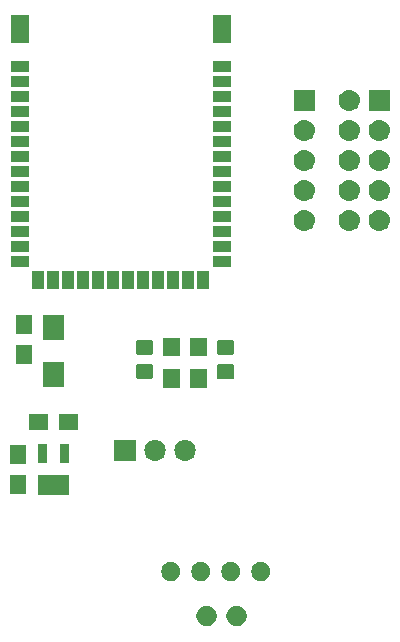
<source format=gbr>
G04 #@! TF.GenerationSoftware,KiCad,Pcbnew,(5.1.2)-2*
G04 #@! TF.CreationDate,2019-09-14T17:42:32+02:00*
G04 #@! TF.ProjectId,Inwall_Top,496e7761-6c6c-45f5-946f-702e6b696361,rev?*
G04 #@! TF.SameCoordinates,Original*
G04 #@! TF.FileFunction,Soldermask,Top*
G04 #@! TF.FilePolarity,Negative*
%FSLAX46Y46*%
G04 Gerber Fmt 4.6, Leading zero omitted, Abs format (unit mm)*
G04 Created by KiCad (PCBNEW (5.1.2)-2) date 2019-09-14 17:42:32*
%MOMM*%
%LPD*%
G04 APERTURE LIST*
%ADD10C,0.100000*%
G04 APERTURE END LIST*
D10*
G36*
X109246728Y-109085164D02*
G01*
X109403784Y-109150219D01*
X109545131Y-109244664D01*
X109665336Y-109364869D01*
X109759781Y-109506216D01*
X109824836Y-109663272D01*
X109858000Y-109830002D01*
X109858000Y-109999998D01*
X109824836Y-110166728D01*
X109759781Y-110323784D01*
X109665336Y-110465131D01*
X109545131Y-110585336D01*
X109403784Y-110679781D01*
X109403783Y-110679782D01*
X109403782Y-110679782D01*
X109246728Y-110744836D01*
X109079999Y-110778000D01*
X108910001Y-110778000D01*
X108743272Y-110744836D01*
X108586218Y-110679782D01*
X108586217Y-110679782D01*
X108586216Y-110679781D01*
X108444869Y-110585336D01*
X108324664Y-110465131D01*
X108230219Y-110323784D01*
X108165164Y-110166728D01*
X108132000Y-109999998D01*
X108132000Y-109830002D01*
X108165164Y-109663272D01*
X108230219Y-109506216D01*
X108324664Y-109364869D01*
X108444869Y-109244664D01*
X108586216Y-109150219D01*
X108743272Y-109085164D01*
X108910001Y-109052000D01*
X109079999Y-109052000D01*
X109246728Y-109085164D01*
X109246728Y-109085164D01*
G37*
G36*
X106706728Y-109085164D02*
G01*
X106863784Y-109150219D01*
X107005131Y-109244664D01*
X107125336Y-109364869D01*
X107219781Y-109506216D01*
X107284836Y-109663272D01*
X107318000Y-109830002D01*
X107318000Y-109999998D01*
X107284836Y-110166728D01*
X107219781Y-110323784D01*
X107125336Y-110465131D01*
X107005131Y-110585336D01*
X106863784Y-110679781D01*
X106863783Y-110679782D01*
X106863782Y-110679782D01*
X106706728Y-110744836D01*
X106539999Y-110778000D01*
X106370001Y-110778000D01*
X106203272Y-110744836D01*
X106046218Y-110679782D01*
X106046217Y-110679782D01*
X106046216Y-110679781D01*
X105904869Y-110585336D01*
X105784664Y-110465131D01*
X105690219Y-110323784D01*
X105625164Y-110166728D01*
X105592000Y-109999998D01*
X105592000Y-109830002D01*
X105625164Y-109663272D01*
X105690219Y-109506216D01*
X105784664Y-109364869D01*
X105904869Y-109244664D01*
X106046216Y-109150219D01*
X106203272Y-109085164D01*
X106370001Y-109052000D01*
X106539999Y-109052000D01*
X106706728Y-109085164D01*
X106706728Y-109085164D01*
G37*
G36*
X111292082Y-105356262D02*
G01*
X111440041Y-105417549D01*
X111573195Y-105506519D01*
X111686441Y-105619765D01*
X111775411Y-105752919D01*
X111836698Y-105900878D01*
X111867940Y-106057945D01*
X111867940Y-106218095D01*
X111836698Y-106375162D01*
X111775411Y-106523121D01*
X111686441Y-106656275D01*
X111573195Y-106769521D01*
X111440041Y-106858491D01*
X111292082Y-106919778D01*
X111135015Y-106951020D01*
X110974865Y-106951020D01*
X110817798Y-106919778D01*
X110669839Y-106858491D01*
X110536685Y-106769521D01*
X110423439Y-106656275D01*
X110334469Y-106523121D01*
X110273182Y-106375162D01*
X110241940Y-106218095D01*
X110241940Y-106057945D01*
X110273182Y-105900878D01*
X110334469Y-105752919D01*
X110423439Y-105619765D01*
X110536685Y-105506519D01*
X110669839Y-105417549D01*
X110817798Y-105356262D01*
X110974865Y-105325020D01*
X111135015Y-105325020D01*
X111292082Y-105356262D01*
X111292082Y-105356262D01*
G37*
G36*
X106212082Y-105356262D02*
G01*
X106360041Y-105417549D01*
X106493195Y-105506519D01*
X106606441Y-105619765D01*
X106695411Y-105752919D01*
X106756698Y-105900878D01*
X106787940Y-106057945D01*
X106787940Y-106218095D01*
X106756698Y-106375162D01*
X106695411Y-106523121D01*
X106606441Y-106656275D01*
X106493195Y-106769521D01*
X106360041Y-106858491D01*
X106212082Y-106919778D01*
X106055015Y-106951020D01*
X105894865Y-106951020D01*
X105737798Y-106919778D01*
X105589839Y-106858491D01*
X105456685Y-106769521D01*
X105343439Y-106656275D01*
X105254469Y-106523121D01*
X105193182Y-106375162D01*
X105161940Y-106218095D01*
X105161940Y-106057945D01*
X105193182Y-105900878D01*
X105254469Y-105752919D01*
X105343439Y-105619765D01*
X105456685Y-105506519D01*
X105589839Y-105417549D01*
X105737798Y-105356262D01*
X105894865Y-105325020D01*
X106055015Y-105325020D01*
X106212082Y-105356262D01*
X106212082Y-105356262D01*
G37*
G36*
X103672082Y-105356262D02*
G01*
X103820041Y-105417549D01*
X103953195Y-105506519D01*
X104066441Y-105619765D01*
X104155411Y-105752919D01*
X104216698Y-105900878D01*
X104247940Y-106057945D01*
X104247940Y-106218095D01*
X104216698Y-106375162D01*
X104155411Y-106523121D01*
X104066441Y-106656275D01*
X103953195Y-106769521D01*
X103820041Y-106858491D01*
X103672082Y-106919778D01*
X103515015Y-106951020D01*
X103354865Y-106951020D01*
X103197798Y-106919778D01*
X103049839Y-106858491D01*
X102916685Y-106769521D01*
X102803439Y-106656275D01*
X102714469Y-106523121D01*
X102653182Y-106375162D01*
X102621940Y-106218095D01*
X102621940Y-106057945D01*
X102653182Y-105900878D01*
X102714469Y-105752919D01*
X102803439Y-105619765D01*
X102916685Y-105506519D01*
X103049839Y-105417549D01*
X103197798Y-105356262D01*
X103354865Y-105325020D01*
X103515015Y-105325020D01*
X103672082Y-105356262D01*
X103672082Y-105356262D01*
G37*
G36*
X108752082Y-105356262D02*
G01*
X108900041Y-105417549D01*
X109033195Y-105506519D01*
X109146441Y-105619765D01*
X109235411Y-105752919D01*
X109296698Y-105900878D01*
X109327940Y-106057945D01*
X109327940Y-106218095D01*
X109296698Y-106375162D01*
X109235411Y-106523121D01*
X109146441Y-106656275D01*
X109033195Y-106769521D01*
X108900041Y-106858491D01*
X108752082Y-106919778D01*
X108595015Y-106951020D01*
X108434865Y-106951020D01*
X108277798Y-106919778D01*
X108129839Y-106858491D01*
X107996685Y-106769521D01*
X107883439Y-106656275D01*
X107794469Y-106523121D01*
X107733182Y-106375162D01*
X107701940Y-106218095D01*
X107701940Y-106057945D01*
X107733182Y-105900878D01*
X107794469Y-105752919D01*
X107883439Y-105619765D01*
X107996685Y-105506519D01*
X108129839Y-105417549D01*
X108277798Y-105356262D01*
X108434865Y-105325020D01*
X108595015Y-105325020D01*
X108752082Y-105356262D01*
X108752082Y-105356262D01*
G37*
G36*
X94826000Y-99681000D02*
G01*
X92174000Y-99681000D01*
X92174000Y-98019000D01*
X94826000Y-98019000D01*
X94826000Y-99681000D01*
X94826000Y-99681000D01*
G37*
G36*
X91176000Y-99551000D02*
G01*
X89824000Y-99551000D01*
X89824000Y-97949000D01*
X91176000Y-97949000D01*
X91176000Y-99551000D01*
X91176000Y-99551000D01*
G37*
G36*
X91176000Y-97051000D02*
G01*
X89824000Y-97051000D01*
X89824000Y-95449000D01*
X91176000Y-95449000D01*
X91176000Y-97051000D01*
X91176000Y-97051000D01*
G37*
G36*
X94826000Y-96981000D02*
G01*
X94074000Y-96981000D01*
X94074000Y-95319000D01*
X94826000Y-95319000D01*
X94826000Y-96981000D01*
X94826000Y-96981000D01*
G37*
G36*
X92926000Y-96981000D02*
G01*
X92174000Y-96981000D01*
X92174000Y-95319000D01*
X92926000Y-95319000D01*
X92926000Y-96981000D01*
X92926000Y-96981000D01*
G37*
G36*
X104740442Y-95005518D02*
G01*
X104806627Y-95012037D01*
X104976466Y-95063557D01*
X105132991Y-95147222D01*
X105168729Y-95176552D01*
X105270186Y-95259814D01*
X105353448Y-95361271D01*
X105382778Y-95397009D01*
X105466443Y-95553534D01*
X105517963Y-95723373D01*
X105535359Y-95900000D01*
X105517963Y-96076627D01*
X105466443Y-96246466D01*
X105382778Y-96402991D01*
X105353448Y-96438729D01*
X105270186Y-96540186D01*
X105168729Y-96623448D01*
X105132991Y-96652778D01*
X104976466Y-96736443D01*
X104806627Y-96787963D01*
X104740443Y-96794481D01*
X104674260Y-96801000D01*
X104585740Y-96801000D01*
X104519557Y-96794481D01*
X104453373Y-96787963D01*
X104283534Y-96736443D01*
X104127009Y-96652778D01*
X104091271Y-96623448D01*
X103989814Y-96540186D01*
X103906552Y-96438729D01*
X103877222Y-96402991D01*
X103793557Y-96246466D01*
X103742037Y-96076627D01*
X103724641Y-95900000D01*
X103742037Y-95723373D01*
X103793557Y-95553534D01*
X103877222Y-95397009D01*
X103906552Y-95361271D01*
X103989814Y-95259814D01*
X104091271Y-95176552D01*
X104127009Y-95147222D01*
X104283534Y-95063557D01*
X104453373Y-95012037D01*
X104519558Y-95005518D01*
X104585740Y-94999000D01*
X104674260Y-94999000D01*
X104740442Y-95005518D01*
X104740442Y-95005518D01*
G37*
G36*
X100451000Y-96801000D02*
G01*
X98649000Y-96801000D01*
X98649000Y-94999000D01*
X100451000Y-94999000D01*
X100451000Y-96801000D01*
X100451000Y-96801000D01*
G37*
G36*
X102200442Y-95005518D02*
G01*
X102266627Y-95012037D01*
X102436466Y-95063557D01*
X102592991Y-95147222D01*
X102628729Y-95176552D01*
X102730186Y-95259814D01*
X102813448Y-95361271D01*
X102842778Y-95397009D01*
X102926443Y-95553534D01*
X102977963Y-95723373D01*
X102995359Y-95900000D01*
X102977963Y-96076627D01*
X102926443Y-96246466D01*
X102842778Y-96402991D01*
X102813448Y-96438729D01*
X102730186Y-96540186D01*
X102628729Y-96623448D01*
X102592991Y-96652778D01*
X102436466Y-96736443D01*
X102266627Y-96787963D01*
X102200443Y-96794481D01*
X102134260Y-96801000D01*
X102045740Y-96801000D01*
X101979557Y-96794481D01*
X101913373Y-96787963D01*
X101743534Y-96736443D01*
X101587009Y-96652778D01*
X101551271Y-96623448D01*
X101449814Y-96540186D01*
X101366552Y-96438729D01*
X101337222Y-96402991D01*
X101253557Y-96246466D01*
X101202037Y-96076627D01*
X101184641Y-95900000D01*
X101202037Y-95723373D01*
X101253557Y-95553534D01*
X101337222Y-95397009D01*
X101366552Y-95361271D01*
X101449814Y-95259814D01*
X101551271Y-95176552D01*
X101587009Y-95147222D01*
X101743534Y-95063557D01*
X101913373Y-95012037D01*
X101979558Y-95005518D01*
X102045740Y-94999000D01*
X102134260Y-94999000D01*
X102200442Y-95005518D01*
X102200442Y-95005518D01*
G37*
G36*
X95551000Y-94176000D02*
G01*
X93949000Y-94176000D01*
X93949000Y-92824000D01*
X95551000Y-92824000D01*
X95551000Y-94176000D01*
X95551000Y-94176000D01*
G37*
G36*
X93051000Y-94176000D02*
G01*
X91449000Y-94176000D01*
X91449000Y-92824000D01*
X93051000Y-92824000D01*
X93051000Y-94176000D01*
X93051000Y-94176000D01*
G37*
G36*
X106451000Y-90651000D02*
G01*
X105049000Y-90651000D01*
X105049000Y-89049000D01*
X106451000Y-89049000D01*
X106451000Y-90651000D01*
X106451000Y-90651000D01*
G37*
G36*
X104201000Y-90651000D02*
G01*
X102799000Y-90651000D01*
X102799000Y-89049000D01*
X104201000Y-89049000D01*
X104201000Y-90651000D01*
X104201000Y-90651000D01*
G37*
G36*
X94351000Y-90551000D02*
G01*
X92649000Y-90551000D01*
X92649000Y-88449000D01*
X94351000Y-88449000D01*
X94351000Y-90551000D01*
X94351000Y-90551000D01*
G37*
G36*
X108656674Y-88605465D02*
G01*
X108694367Y-88616899D01*
X108729103Y-88635466D01*
X108759548Y-88660452D01*
X108784534Y-88690897D01*
X108803101Y-88725633D01*
X108814535Y-88763326D01*
X108819000Y-88808661D01*
X108819000Y-89645339D01*
X108814535Y-89690674D01*
X108803101Y-89728367D01*
X108784534Y-89763103D01*
X108759548Y-89793548D01*
X108729103Y-89818534D01*
X108694367Y-89837101D01*
X108656674Y-89848535D01*
X108611339Y-89853000D01*
X107524661Y-89853000D01*
X107479326Y-89848535D01*
X107441633Y-89837101D01*
X107406897Y-89818534D01*
X107376452Y-89793548D01*
X107351466Y-89763103D01*
X107332899Y-89728367D01*
X107321465Y-89690674D01*
X107317000Y-89645339D01*
X107317000Y-88808661D01*
X107321465Y-88763326D01*
X107332899Y-88725633D01*
X107351466Y-88690897D01*
X107376452Y-88660452D01*
X107406897Y-88635466D01*
X107441633Y-88616899D01*
X107479326Y-88605465D01*
X107524661Y-88601000D01*
X108611339Y-88601000D01*
X108656674Y-88605465D01*
X108656674Y-88605465D01*
G37*
G36*
X101798674Y-88596465D02*
G01*
X101836367Y-88607899D01*
X101871103Y-88626466D01*
X101901548Y-88651452D01*
X101926534Y-88681897D01*
X101945101Y-88716633D01*
X101956535Y-88754326D01*
X101961000Y-88799661D01*
X101961000Y-89636339D01*
X101956535Y-89681674D01*
X101945101Y-89719367D01*
X101926534Y-89754103D01*
X101901548Y-89784548D01*
X101871103Y-89809534D01*
X101836367Y-89828101D01*
X101798674Y-89839535D01*
X101753339Y-89844000D01*
X100666661Y-89844000D01*
X100621326Y-89839535D01*
X100583633Y-89828101D01*
X100548897Y-89809534D01*
X100518452Y-89784548D01*
X100493466Y-89754103D01*
X100474899Y-89719367D01*
X100463465Y-89681674D01*
X100459000Y-89636339D01*
X100459000Y-88799661D01*
X100463465Y-88754326D01*
X100474899Y-88716633D01*
X100493466Y-88681897D01*
X100518452Y-88651452D01*
X100548897Y-88626466D01*
X100583633Y-88607899D01*
X100621326Y-88596465D01*
X100666661Y-88592000D01*
X101753339Y-88592000D01*
X101798674Y-88596465D01*
X101798674Y-88596465D01*
G37*
G36*
X91676000Y-88551000D02*
G01*
X90324000Y-88551000D01*
X90324000Y-86949000D01*
X91676000Y-86949000D01*
X91676000Y-88551000D01*
X91676000Y-88551000D01*
G37*
G36*
X104201000Y-87951000D02*
G01*
X102799000Y-87951000D01*
X102799000Y-86349000D01*
X104201000Y-86349000D01*
X104201000Y-87951000D01*
X104201000Y-87951000D01*
G37*
G36*
X106451000Y-87951000D02*
G01*
X105049000Y-87951000D01*
X105049000Y-86349000D01*
X106451000Y-86349000D01*
X106451000Y-87951000D01*
X106451000Y-87951000D01*
G37*
G36*
X108656674Y-86555465D02*
G01*
X108694367Y-86566899D01*
X108729103Y-86585466D01*
X108759548Y-86610452D01*
X108784534Y-86640897D01*
X108803101Y-86675633D01*
X108814535Y-86713326D01*
X108819000Y-86758661D01*
X108819000Y-87595339D01*
X108814535Y-87640674D01*
X108803101Y-87678367D01*
X108784534Y-87713103D01*
X108759548Y-87743548D01*
X108729103Y-87768534D01*
X108694367Y-87787101D01*
X108656674Y-87798535D01*
X108611339Y-87803000D01*
X107524661Y-87803000D01*
X107479326Y-87798535D01*
X107441633Y-87787101D01*
X107406897Y-87768534D01*
X107376452Y-87743548D01*
X107351466Y-87713103D01*
X107332899Y-87678367D01*
X107321465Y-87640674D01*
X107317000Y-87595339D01*
X107317000Y-86758661D01*
X107321465Y-86713326D01*
X107332899Y-86675633D01*
X107351466Y-86640897D01*
X107376452Y-86610452D01*
X107406897Y-86585466D01*
X107441633Y-86566899D01*
X107479326Y-86555465D01*
X107524661Y-86551000D01*
X108611339Y-86551000D01*
X108656674Y-86555465D01*
X108656674Y-86555465D01*
G37*
G36*
X101798674Y-86546465D02*
G01*
X101836367Y-86557899D01*
X101871103Y-86576466D01*
X101901548Y-86601452D01*
X101926534Y-86631897D01*
X101945101Y-86666633D01*
X101956535Y-86704326D01*
X101961000Y-86749661D01*
X101961000Y-87586339D01*
X101956535Y-87631674D01*
X101945101Y-87669367D01*
X101926534Y-87704103D01*
X101901548Y-87734548D01*
X101871103Y-87759534D01*
X101836367Y-87778101D01*
X101798674Y-87789535D01*
X101753339Y-87794000D01*
X100666661Y-87794000D01*
X100621326Y-87789535D01*
X100583633Y-87778101D01*
X100548897Y-87759534D01*
X100518452Y-87734548D01*
X100493466Y-87704103D01*
X100474899Y-87669367D01*
X100463465Y-87631674D01*
X100459000Y-87586339D01*
X100459000Y-86749661D01*
X100463465Y-86704326D01*
X100474899Y-86666633D01*
X100493466Y-86631897D01*
X100518452Y-86601452D01*
X100548897Y-86576466D01*
X100583633Y-86557899D01*
X100621326Y-86546465D01*
X100666661Y-86542000D01*
X101753339Y-86542000D01*
X101798674Y-86546465D01*
X101798674Y-86546465D01*
G37*
G36*
X94351000Y-86551000D02*
G01*
X92649000Y-86551000D01*
X92649000Y-84449000D01*
X94351000Y-84449000D01*
X94351000Y-86551000D01*
X94351000Y-86551000D01*
G37*
G36*
X91676000Y-86051000D02*
G01*
X90324000Y-86051000D01*
X90324000Y-84449000D01*
X91676000Y-84449000D01*
X91676000Y-86051000D01*
X91676000Y-86051000D01*
G37*
G36*
X95231000Y-82251000D02*
G01*
X94229000Y-82251000D01*
X94229000Y-80749000D01*
X95231000Y-80749000D01*
X95231000Y-82251000D01*
X95231000Y-82251000D01*
G37*
G36*
X102851000Y-82251000D02*
G01*
X101849000Y-82251000D01*
X101849000Y-80749000D01*
X102851000Y-80749000D01*
X102851000Y-82251000D01*
X102851000Y-82251000D01*
G37*
G36*
X100311000Y-82251000D02*
G01*
X99309000Y-82251000D01*
X99309000Y-80749000D01*
X100311000Y-80749000D01*
X100311000Y-82251000D01*
X100311000Y-82251000D01*
G37*
G36*
X99041000Y-82251000D02*
G01*
X98039000Y-82251000D01*
X98039000Y-80749000D01*
X99041000Y-80749000D01*
X99041000Y-82251000D01*
X99041000Y-82251000D01*
G37*
G36*
X97771000Y-82251000D02*
G01*
X96769000Y-82251000D01*
X96769000Y-80749000D01*
X97771000Y-80749000D01*
X97771000Y-82251000D01*
X97771000Y-82251000D01*
G37*
G36*
X96501000Y-82251000D02*
G01*
X95499000Y-82251000D01*
X95499000Y-80749000D01*
X96501000Y-80749000D01*
X96501000Y-82251000D01*
X96501000Y-82251000D01*
G37*
G36*
X93961000Y-82251000D02*
G01*
X92959000Y-82251000D01*
X92959000Y-80749000D01*
X93961000Y-80749000D01*
X93961000Y-82251000D01*
X93961000Y-82251000D01*
G37*
G36*
X92691000Y-82251000D02*
G01*
X91689000Y-82251000D01*
X91689000Y-80749000D01*
X92691000Y-80749000D01*
X92691000Y-82251000D01*
X92691000Y-82251000D01*
G37*
G36*
X104121000Y-82251000D02*
G01*
X103119000Y-82251000D01*
X103119000Y-80749000D01*
X104121000Y-80749000D01*
X104121000Y-82251000D01*
X104121000Y-82251000D01*
G37*
G36*
X106661000Y-82251000D02*
G01*
X105659000Y-82251000D01*
X105659000Y-80749000D01*
X106661000Y-80749000D01*
X106661000Y-82251000D01*
X106661000Y-82251000D01*
G37*
G36*
X105391000Y-82251000D02*
G01*
X104389000Y-82251000D01*
X104389000Y-80749000D01*
X105391000Y-80749000D01*
X105391000Y-82251000D01*
X105391000Y-82251000D01*
G37*
G36*
X101581000Y-82241000D02*
G01*
X100579000Y-82241000D01*
X100579000Y-80739000D01*
X101581000Y-80739000D01*
X101581000Y-82241000D01*
X101581000Y-82241000D01*
G37*
G36*
X108526000Y-80406000D02*
G01*
X107024000Y-80406000D01*
X107024000Y-79404000D01*
X108526000Y-79404000D01*
X108526000Y-80406000D01*
X108526000Y-80406000D01*
G37*
G36*
X91426000Y-80406000D02*
G01*
X89924000Y-80406000D01*
X89924000Y-79404000D01*
X91426000Y-79404000D01*
X91426000Y-80406000D01*
X91426000Y-80406000D01*
G37*
G36*
X108526000Y-79136000D02*
G01*
X107024000Y-79136000D01*
X107024000Y-78134000D01*
X108526000Y-78134000D01*
X108526000Y-79136000D01*
X108526000Y-79136000D01*
G37*
G36*
X91426000Y-79136000D02*
G01*
X89924000Y-79136000D01*
X89924000Y-78134000D01*
X91426000Y-78134000D01*
X91426000Y-79136000D01*
X91426000Y-79136000D01*
G37*
G36*
X91426000Y-77866000D02*
G01*
X89924000Y-77866000D01*
X89924000Y-76864000D01*
X91426000Y-76864000D01*
X91426000Y-77866000D01*
X91426000Y-77866000D01*
G37*
G36*
X108526000Y-77866000D02*
G01*
X107024000Y-77866000D01*
X107024000Y-76864000D01*
X108526000Y-76864000D01*
X108526000Y-77866000D01*
X108526000Y-77866000D01*
G37*
G36*
X121192442Y-75533518D02*
G01*
X121258627Y-75540037D01*
X121428466Y-75591557D01*
X121428468Y-75591558D01*
X121506728Y-75633389D01*
X121584991Y-75675222D01*
X121620729Y-75704552D01*
X121722186Y-75787814D01*
X121805448Y-75889271D01*
X121834778Y-75925009D01*
X121918443Y-76081534D01*
X121969963Y-76251373D01*
X121987359Y-76428000D01*
X121969963Y-76604627D01*
X121918443Y-76774466D01*
X121834778Y-76930991D01*
X121805448Y-76966729D01*
X121722186Y-77068186D01*
X121620729Y-77151448D01*
X121584991Y-77180778D01*
X121428466Y-77264443D01*
X121258627Y-77315963D01*
X121192442Y-77322482D01*
X121126260Y-77329000D01*
X121037740Y-77329000D01*
X120971558Y-77322482D01*
X120905373Y-77315963D01*
X120735534Y-77264443D01*
X120579009Y-77180778D01*
X120543271Y-77151448D01*
X120441814Y-77068186D01*
X120358552Y-76966729D01*
X120329222Y-76930991D01*
X120245557Y-76774466D01*
X120194037Y-76604627D01*
X120176641Y-76428000D01*
X120194037Y-76251373D01*
X120245557Y-76081534D01*
X120329222Y-75925009D01*
X120358552Y-75889271D01*
X120441814Y-75787814D01*
X120543271Y-75704552D01*
X120579009Y-75675222D01*
X120657272Y-75633389D01*
X120735532Y-75591558D01*
X120735534Y-75591557D01*
X120905373Y-75540037D01*
X120971558Y-75533518D01*
X121037740Y-75527000D01*
X121126260Y-75527000D01*
X121192442Y-75533518D01*
X121192442Y-75533518D01*
G37*
G36*
X114842442Y-75533518D02*
G01*
X114908627Y-75540037D01*
X115078466Y-75591557D01*
X115078468Y-75591558D01*
X115156728Y-75633389D01*
X115234991Y-75675222D01*
X115270729Y-75704552D01*
X115372186Y-75787814D01*
X115455448Y-75889271D01*
X115484778Y-75925009D01*
X115568443Y-76081534D01*
X115619963Y-76251373D01*
X115637359Y-76428000D01*
X115619963Y-76604627D01*
X115568443Y-76774466D01*
X115484778Y-76930991D01*
X115455448Y-76966729D01*
X115372186Y-77068186D01*
X115270729Y-77151448D01*
X115234991Y-77180778D01*
X115078466Y-77264443D01*
X114908627Y-77315963D01*
X114842442Y-77322482D01*
X114776260Y-77329000D01*
X114687740Y-77329000D01*
X114621558Y-77322482D01*
X114555373Y-77315963D01*
X114385534Y-77264443D01*
X114229009Y-77180778D01*
X114193271Y-77151448D01*
X114091814Y-77068186D01*
X114008552Y-76966729D01*
X113979222Y-76930991D01*
X113895557Y-76774466D01*
X113844037Y-76604627D01*
X113826641Y-76428000D01*
X113844037Y-76251373D01*
X113895557Y-76081534D01*
X113979222Y-75925009D01*
X114008552Y-75889271D01*
X114091814Y-75787814D01*
X114193271Y-75704552D01*
X114229009Y-75675222D01*
X114307272Y-75633389D01*
X114385532Y-75591558D01*
X114385534Y-75591557D01*
X114555373Y-75540037D01*
X114621558Y-75533518D01*
X114687740Y-75527000D01*
X114776260Y-75527000D01*
X114842442Y-75533518D01*
X114842442Y-75533518D01*
G37*
G36*
X118652442Y-75533518D02*
G01*
X118718627Y-75540037D01*
X118888466Y-75591557D01*
X118888468Y-75591558D01*
X118966728Y-75633389D01*
X119044991Y-75675222D01*
X119080729Y-75704552D01*
X119182186Y-75787814D01*
X119265448Y-75889271D01*
X119294778Y-75925009D01*
X119378443Y-76081534D01*
X119429963Y-76251373D01*
X119447359Y-76428000D01*
X119429963Y-76604627D01*
X119378443Y-76774466D01*
X119294778Y-76930991D01*
X119265448Y-76966729D01*
X119182186Y-77068186D01*
X119080729Y-77151448D01*
X119044991Y-77180778D01*
X118888466Y-77264443D01*
X118718627Y-77315963D01*
X118652442Y-77322482D01*
X118586260Y-77329000D01*
X118497740Y-77329000D01*
X118431558Y-77322482D01*
X118365373Y-77315963D01*
X118195534Y-77264443D01*
X118039009Y-77180778D01*
X118003271Y-77151448D01*
X117901814Y-77068186D01*
X117818552Y-76966729D01*
X117789222Y-76930991D01*
X117705557Y-76774466D01*
X117654037Y-76604627D01*
X117636641Y-76428000D01*
X117654037Y-76251373D01*
X117705557Y-76081534D01*
X117789222Y-75925009D01*
X117818552Y-75889271D01*
X117901814Y-75787814D01*
X118003271Y-75704552D01*
X118039009Y-75675222D01*
X118117272Y-75633389D01*
X118195532Y-75591558D01*
X118195534Y-75591557D01*
X118365373Y-75540037D01*
X118431558Y-75533518D01*
X118497740Y-75527000D01*
X118586260Y-75527000D01*
X118652442Y-75533518D01*
X118652442Y-75533518D01*
G37*
G36*
X91426000Y-76596000D02*
G01*
X89924000Y-76596000D01*
X89924000Y-75594000D01*
X91426000Y-75594000D01*
X91426000Y-76596000D01*
X91426000Y-76596000D01*
G37*
G36*
X108526000Y-76596000D02*
G01*
X107024000Y-76596000D01*
X107024000Y-75594000D01*
X108526000Y-75594000D01*
X108526000Y-76596000D01*
X108526000Y-76596000D01*
G37*
G36*
X91426000Y-75326000D02*
G01*
X89924000Y-75326000D01*
X89924000Y-74324000D01*
X91426000Y-74324000D01*
X91426000Y-75326000D01*
X91426000Y-75326000D01*
G37*
G36*
X108526000Y-75326000D02*
G01*
X107024000Y-75326000D01*
X107024000Y-74324000D01*
X108526000Y-74324000D01*
X108526000Y-75326000D01*
X108526000Y-75326000D01*
G37*
G36*
X121192443Y-72993519D02*
G01*
X121258627Y-73000037D01*
X121428466Y-73051557D01*
X121428468Y-73051558D01*
X121506729Y-73093390D01*
X121584991Y-73135222D01*
X121620729Y-73164552D01*
X121722186Y-73247814D01*
X121805448Y-73349271D01*
X121834778Y-73385009D01*
X121918443Y-73541534D01*
X121969963Y-73711373D01*
X121987359Y-73888000D01*
X121969963Y-74064627D01*
X121918443Y-74234466D01*
X121834778Y-74390991D01*
X121805448Y-74426729D01*
X121722186Y-74528186D01*
X121620729Y-74611448D01*
X121584991Y-74640778D01*
X121428466Y-74724443D01*
X121258627Y-74775963D01*
X121192443Y-74782481D01*
X121126260Y-74789000D01*
X121037740Y-74789000D01*
X120971557Y-74782481D01*
X120905373Y-74775963D01*
X120735534Y-74724443D01*
X120579009Y-74640778D01*
X120543271Y-74611448D01*
X120441814Y-74528186D01*
X120358552Y-74426729D01*
X120329222Y-74390991D01*
X120245557Y-74234466D01*
X120194037Y-74064627D01*
X120176641Y-73888000D01*
X120194037Y-73711373D01*
X120245557Y-73541534D01*
X120329222Y-73385009D01*
X120358552Y-73349271D01*
X120441814Y-73247814D01*
X120543271Y-73164552D01*
X120579009Y-73135222D01*
X120657271Y-73093390D01*
X120735532Y-73051558D01*
X120735534Y-73051557D01*
X120905373Y-73000037D01*
X120971557Y-72993519D01*
X121037740Y-72987000D01*
X121126260Y-72987000D01*
X121192443Y-72993519D01*
X121192443Y-72993519D01*
G37*
G36*
X114842443Y-72993519D02*
G01*
X114908627Y-73000037D01*
X115078466Y-73051557D01*
X115078468Y-73051558D01*
X115156729Y-73093390D01*
X115234991Y-73135222D01*
X115270729Y-73164552D01*
X115372186Y-73247814D01*
X115455448Y-73349271D01*
X115484778Y-73385009D01*
X115568443Y-73541534D01*
X115619963Y-73711373D01*
X115637359Y-73888000D01*
X115619963Y-74064627D01*
X115568443Y-74234466D01*
X115484778Y-74390991D01*
X115455448Y-74426729D01*
X115372186Y-74528186D01*
X115270729Y-74611448D01*
X115234991Y-74640778D01*
X115078466Y-74724443D01*
X114908627Y-74775963D01*
X114842443Y-74782481D01*
X114776260Y-74789000D01*
X114687740Y-74789000D01*
X114621557Y-74782481D01*
X114555373Y-74775963D01*
X114385534Y-74724443D01*
X114229009Y-74640778D01*
X114193271Y-74611448D01*
X114091814Y-74528186D01*
X114008552Y-74426729D01*
X113979222Y-74390991D01*
X113895557Y-74234466D01*
X113844037Y-74064627D01*
X113826641Y-73888000D01*
X113844037Y-73711373D01*
X113895557Y-73541534D01*
X113979222Y-73385009D01*
X114008552Y-73349271D01*
X114091814Y-73247814D01*
X114193271Y-73164552D01*
X114229009Y-73135222D01*
X114307271Y-73093390D01*
X114385532Y-73051558D01*
X114385534Y-73051557D01*
X114555373Y-73000037D01*
X114621557Y-72993519D01*
X114687740Y-72987000D01*
X114776260Y-72987000D01*
X114842443Y-72993519D01*
X114842443Y-72993519D01*
G37*
G36*
X118652443Y-72993519D02*
G01*
X118718627Y-73000037D01*
X118888466Y-73051557D01*
X118888468Y-73051558D01*
X118966729Y-73093390D01*
X119044991Y-73135222D01*
X119080729Y-73164552D01*
X119182186Y-73247814D01*
X119265448Y-73349271D01*
X119294778Y-73385009D01*
X119378443Y-73541534D01*
X119429963Y-73711373D01*
X119447359Y-73888000D01*
X119429963Y-74064627D01*
X119378443Y-74234466D01*
X119294778Y-74390991D01*
X119265448Y-74426729D01*
X119182186Y-74528186D01*
X119080729Y-74611448D01*
X119044991Y-74640778D01*
X118888466Y-74724443D01*
X118718627Y-74775963D01*
X118652443Y-74782481D01*
X118586260Y-74789000D01*
X118497740Y-74789000D01*
X118431557Y-74782481D01*
X118365373Y-74775963D01*
X118195534Y-74724443D01*
X118039009Y-74640778D01*
X118003271Y-74611448D01*
X117901814Y-74528186D01*
X117818552Y-74426729D01*
X117789222Y-74390991D01*
X117705557Y-74234466D01*
X117654037Y-74064627D01*
X117636641Y-73888000D01*
X117654037Y-73711373D01*
X117705557Y-73541534D01*
X117789222Y-73385009D01*
X117818552Y-73349271D01*
X117901814Y-73247814D01*
X118003271Y-73164552D01*
X118039009Y-73135222D01*
X118117271Y-73093390D01*
X118195532Y-73051558D01*
X118195534Y-73051557D01*
X118365373Y-73000037D01*
X118431557Y-72993519D01*
X118497740Y-72987000D01*
X118586260Y-72987000D01*
X118652443Y-72993519D01*
X118652443Y-72993519D01*
G37*
G36*
X108526000Y-74056000D02*
G01*
X107024000Y-74056000D01*
X107024000Y-73054000D01*
X108526000Y-73054000D01*
X108526000Y-74056000D01*
X108526000Y-74056000D01*
G37*
G36*
X91426000Y-74056000D02*
G01*
X89924000Y-74056000D01*
X89924000Y-73054000D01*
X91426000Y-73054000D01*
X91426000Y-74056000D01*
X91426000Y-74056000D01*
G37*
G36*
X91426000Y-72786000D02*
G01*
X89924000Y-72786000D01*
X89924000Y-71784000D01*
X91426000Y-71784000D01*
X91426000Y-72786000D01*
X91426000Y-72786000D01*
G37*
G36*
X108526000Y-72786000D02*
G01*
X107024000Y-72786000D01*
X107024000Y-71784000D01*
X108526000Y-71784000D01*
X108526000Y-72786000D01*
X108526000Y-72786000D01*
G37*
G36*
X118652442Y-70453518D02*
G01*
X118718627Y-70460037D01*
X118888466Y-70511557D01*
X118888468Y-70511558D01*
X118966729Y-70553390D01*
X119044991Y-70595222D01*
X119080729Y-70624552D01*
X119182186Y-70707814D01*
X119265448Y-70809271D01*
X119294778Y-70845009D01*
X119378443Y-71001534D01*
X119429963Y-71171373D01*
X119447359Y-71348000D01*
X119429963Y-71524627D01*
X119378443Y-71694466D01*
X119294778Y-71850991D01*
X119265448Y-71886729D01*
X119182186Y-71988186D01*
X119080729Y-72071448D01*
X119044991Y-72100778D01*
X118888466Y-72184443D01*
X118718627Y-72235963D01*
X118652443Y-72242481D01*
X118586260Y-72249000D01*
X118497740Y-72249000D01*
X118431557Y-72242481D01*
X118365373Y-72235963D01*
X118195534Y-72184443D01*
X118039009Y-72100778D01*
X118003271Y-72071448D01*
X117901814Y-71988186D01*
X117818552Y-71886729D01*
X117789222Y-71850991D01*
X117705557Y-71694466D01*
X117654037Y-71524627D01*
X117636641Y-71348000D01*
X117654037Y-71171373D01*
X117705557Y-71001534D01*
X117789222Y-70845009D01*
X117818552Y-70809271D01*
X117901814Y-70707814D01*
X118003271Y-70624552D01*
X118039009Y-70595222D01*
X118117271Y-70553390D01*
X118195532Y-70511558D01*
X118195534Y-70511557D01*
X118365373Y-70460037D01*
X118431558Y-70453518D01*
X118497740Y-70447000D01*
X118586260Y-70447000D01*
X118652442Y-70453518D01*
X118652442Y-70453518D01*
G37*
G36*
X114842442Y-70453518D02*
G01*
X114908627Y-70460037D01*
X115078466Y-70511557D01*
X115078468Y-70511558D01*
X115156729Y-70553390D01*
X115234991Y-70595222D01*
X115270729Y-70624552D01*
X115372186Y-70707814D01*
X115455448Y-70809271D01*
X115484778Y-70845009D01*
X115568443Y-71001534D01*
X115619963Y-71171373D01*
X115637359Y-71348000D01*
X115619963Y-71524627D01*
X115568443Y-71694466D01*
X115484778Y-71850991D01*
X115455448Y-71886729D01*
X115372186Y-71988186D01*
X115270729Y-72071448D01*
X115234991Y-72100778D01*
X115078466Y-72184443D01*
X114908627Y-72235963D01*
X114842443Y-72242481D01*
X114776260Y-72249000D01*
X114687740Y-72249000D01*
X114621557Y-72242481D01*
X114555373Y-72235963D01*
X114385534Y-72184443D01*
X114229009Y-72100778D01*
X114193271Y-72071448D01*
X114091814Y-71988186D01*
X114008552Y-71886729D01*
X113979222Y-71850991D01*
X113895557Y-71694466D01*
X113844037Y-71524627D01*
X113826641Y-71348000D01*
X113844037Y-71171373D01*
X113895557Y-71001534D01*
X113979222Y-70845009D01*
X114008552Y-70809271D01*
X114091814Y-70707814D01*
X114193271Y-70624552D01*
X114229009Y-70595222D01*
X114307271Y-70553390D01*
X114385532Y-70511558D01*
X114385534Y-70511557D01*
X114555373Y-70460037D01*
X114621558Y-70453518D01*
X114687740Y-70447000D01*
X114776260Y-70447000D01*
X114842442Y-70453518D01*
X114842442Y-70453518D01*
G37*
G36*
X121192442Y-70453518D02*
G01*
X121258627Y-70460037D01*
X121428466Y-70511557D01*
X121428468Y-70511558D01*
X121506729Y-70553390D01*
X121584991Y-70595222D01*
X121620729Y-70624552D01*
X121722186Y-70707814D01*
X121805448Y-70809271D01*
X121834778Y-70845009D01*
X121918443Y-71001534D01*
X121969963Y-71171373D01*
X121987359Y-71348000D01*
X121969963Y-71524627D01*
X121918443Y-71694466D01*
X121834778Y-71850991D01*
X121805448Y-71886729D01*
X121722186Y-71988186D01*
X121620729Y-72071448D01*
X121584991Y-72100778D01*
X121428466Y-72184443D01*
X121258627Y-72235963D01*
X121192443Y-72242481D01*
X121126260Y-72249000D01*
X121037740Y-72249000D01*
X120971557Y-72242481D01*
X120905373Y-72235963D01*
X120735534Y-72184443D01*
X120579009Y-72100778D01*
X120543271Y-72071448D01*
X120441814Y-71988186D01*
X120358552Y-71886729D01*
X120329222Y-71850991D01*
X120245557Y-71694466D01*
X120194037Y-71524627D01*
X120176641Y-71348000D01*
X120194037Y-71171373D01*
X120245557Y-71001534D01*
X120329222Y-70845009D01*
X120358552Y-70809271D01*
X120441814Y-70707814D01*
X120543271Y-70624552D01*
X120579009Y-70595222D01*
X120657271Y-70553390D01*
X120735532Y-70511558D01*
X120735534Y-70511557D01*
X120905373Y-70460037D01*
X120971558Y-70453518D01*
X121037740Y-70447000D01*
X121126260Y-70447000D01*
X121192442Y-70453518D01*
X121192442Y-70453518D01*
G37*
G36*
X91426000Y-71516000D02*
G01*
X89924000Y-71516000D01*
X89924000Y-70514000D01*
X91426000Y-70514000D01*
X91426000Y-71516000D01*
X91426000Y-71516000D01*
G37*
G36*
X108526000Y-71516000D02*
G01*
X107024000Y-71516000D01*
X107024000Y-70514000D01*
X108526000Y-70514000D01*
X108526000Y-71516000D01*
X108526000Y-71516000D01*
G37*
G36*
X108526000Y-70246000D02*
G01*
X107024000Y-70246000D01*
X107024000Y-69244000D01*
X108526000Y-69244000D01*
X108526000Y-70246000D01*
X108526000Y-70246000D01*
G37*
G36*
X91426000Y-70246000D02*
G01*
X89924000Y-70246000D01*
X89924000Y-69244000D01*
X91426000Y-69244000D01*
X91426000Y-70246000D01*
X91426000Y-70246000D01*
G37*
G36*
X114842443Y-67913519D02*
G01*
X114908627Y-67920037D01*
X115078466Y-67971557D01*
X115078468Y-67971558D01*
X115156728Y-68013389D01*
X115234991Y-68055222D01*
X115270729Y-68084552D01*
X115372186Y-68167814D01*
X115455448Y-68269271D01*
X115484778Y-68305009D01*
X115568443Y-68461534D01*
X115619963Y-68631373D01*
X115637359Y-68808000D01*
X115619963Y-68984627D01*
X115568443Y-69154466D01*
X115484778Y-69310991D01*
X115455448Y-69346729D01*
X115372186Y-69448186D01*
X115270729Y-69531448D01*
X115234991Y-69560778D01*
X115078466Y-69644443D01*
X114908627Y-69695963D01*
X114842443Y-69702481D01*
X114776260Y-69709000D01*
X114687740Y-69709000D01*
X114621557Y-69702481D01*
X114555373Y-69695963D01*
X114385534Y-69644443D01*
X114229009Y-69560778D01*
X114193271Y-69531448D01*
X114091814Y-69448186D01*
X114008552Y-69346729D01*
X113979222Y-69310991D01*
X113895557Y-69154466D01*
X113844037Y-68984627D01*
X113826641Y-68808000D01*
X113844037Y-68631373D01*
X113895557Y-68461534D01*
X113979222Y-68305009D01*
X114008552Y-68269271D01*
X114091814Y-68167814D01*
X114193271Y-68084552D01*
X114229009Y-68055222D01*
X114307271Y-68013390D01*
X114385532Y-67971558D01*
X114385534Y-67971557D01*
X114555373Y-67920037D01*
X114621557Y-67913519D01*
X114687740Y-67907000D01*
X114776260Y-67907000D01*
X114842443Y-67913519D01*
X114842443Y-67913519D01*
G37*
G36*
X118652443Y-67913519D02*
G01*
X118718627Y-67920037D01*
X118888466Y-67971557D01*
X118888468Y-67971558D01*
X118966728Y-68013389D01*
X119044991Y-68055222D01*
X119080729Y-68084552D01*
X119182186Y-68167814D01*
X119265448Y-68269271D01*
X119294778Y-68305009D01*
X119378443Y-68461534D01*
X119429963Y-68631373D01*
X119447359Y-68808000D01*
X119429963Y-68984627D01*
X119378443Y-69154466D01*
X119294778Y-69310991D01*
X119265448Y-69346729D01*
X119182186Y-69448186D01*
X119080729Y-69531448D01*
X119044991Y-69560778D01*
X118888466Y-69644443D01*
X118718627Y-69695963D01*
X118652443Y-69702481D01*
X118586260Y-69709000D01*
X118497740Y-69709000D01*
X118431557Y-69702481D01*
X118365373Y-69695963D01*
X118195534Y-69644443D01*
X118039009Y-69560778D01*
X118003271Y-69531448D01*
X117901814Y-69448186D01*
X117818552Y-69346729D01*
X117789222Y-69310991D01*
X117705557Y-69154466D01*
X117654037Y-68984627D01*
X117636641Y-68808000D01*
X117654037Y-68631373D01*
X117705557Y-68461534D01*
X117789222Y-68305009D01*
X117818552Y-68269271D01*
X117901814Y-68167814D01*
X118003271Y-68084552D01*
X118039009Y-68055222D01*
X118117271Y-68013390D01*
X118195532Y-67971558D01*
X118195534Y-67971557D01*
X118365373Y-67920037D01*
X118431557Y-67913519D01*
X118497740Y-67907000D01*
X118586260Y-67907000D01*
X118652443Y-67913519D01*
X118652443Y-67913519D01*
G37*
G36*
X121192443Y-67913519D02*
G01*
X121258627Y-67920037D01*
X121428466Y-67971557D01*
X121428468Y-67971558D01*
X121506728Y-68013389D01*
X121584991Y-68055222D01*
X121620729Y-68084552D01*
X121722186Y-68167814D01*
X121805448Y-68269271D01*
X121834778Y-68305009D01*
X121918443Y-68461534D01*
X121969963Y-68631373D01*
X121987359Y-68808000D01*
X121969963Y-68984627D01*
X121918443Y-69154466D01*
X121834778Y-69310991D01*
X121805448Y-69346729D01*
X121722186Y-69448186D01*
X121620729Y-69531448D01*
X121584991Y-69560778D01*
X121428466Y-69644443D01*
X121258627Y-69695963D01*
X121192443Y-69702481D01*
X121126260Y-69709000D01*
X121037740Y-69709000D01*
X120971557Y-69702481D01*
X120905373Y-69695963D01*
X120735534Y-69644443D01*
X120579009Y-69560778D01*
X120543271Y-69531448D01*
X120441814Y-69448186D01*
X120358552Y-69346729D01*
X120329222Y-69310991D01*
X120245557Y-69154466D01*
X120194037Y-68984627D01*
X120176641Y-68808000D01*
X120194037Y-68631373D01*
X120245557Y-68461534D01*
X120329222Y-68305009D01*
X120358552Y-68269271D01*
X120441814Y-68167814D01*
X120543271Y-68084552D01*
X120579009Y-68055222D01*
X120657271Y-68013390D01*
X120735532Y-67971558D01*
X120735534Y-67971557D01*
X120905373Y-67920037D01*
X120971557Y-67913519D01*
X121037740Y-67907000D01*
X121126260Y-67907000D01*
X121192443Y-67913519D01*
X121192443Y-67913519D01*
G37*
G36*
X91426000Y-68976000D02*
G01*
X89924000Y-68976000D01*
X89924000Y-67974000D01*
X91426000Y-67974000D01*
X91426000Y-68976000D01*
X91426000Y-68976000D01*
G37*
G36*
X108526000Y-68976000D02*
G01*
X107024000Y-68976000D01*
X107024000Y-67974000D01*
X108526000Y-67974000D01*
X108526000Y-68976000D01*
X108526000Y-68976000D01*
G37*
G36*
X91426000Y-67706000D02*
G01*
X89924000Y-67706000D01*
X89924000Y-66704000D01*
X91426000Y-66704000D01*
X91426000Y-67706000D01*
X91426000Y-67706000D01*
G37*
G36*
X108526000Y-67706000D02*
G01*
X107024000Y-67706000D01*
X107024000Y-66704000D01*
X108526000Y-66704000D01*
X108526000Y-67706000D01*
X108526000Y-67706000D01*
G37*
G36*
X121983000Y-67169000D02*
G01*
X120181000Y-67169000D01*
X120181000Y-65367000D01*
X121983000Y-65367000D01*
X121983000Y-67169000D01*
X121983000Y-67169000D01*
G37*
G36*
X118652442Y-65373518D02*
G01*
X118718627Y-65380037D01*
X118888466Y-65431557D01*
X118888468Y-65431558D01*
X118966729Y-65473390D01*
X119044991Y-65515222D01*
X119080729Y-65544552D01*
X119182186Y-65627814D01*
X119265448Y-65729271D01*
X119294778Y-65765009D01*
X119378443Y-65921534D01*
X119429963Y-66091373D01*
X119447359Y-66268000D01*
X119429963Y-66444627D01*
X119378443Y-66614466D01*
X119294778Y-66770991D01*
X119265448Y-66806729D01*
X119182186Y-66908186D01*
X119080729Y-66991448D01*
X119044991Y-67020778D01*
X118888466Y-67104443D01*
X118718627Y-67155963D01*
X118652442Y-67162482D01*
X118586260Y-67169000D01*
X118497740Y-67169000D01*
X118431558Y-67162482D01*
X118365373Y-67155963D01*
X118195534Y-67104443D01*
X118039009Y-67020778D01*
X118003271Y-66991448D01*
X117901814Y-66908186D01*
X117818552Y-66806729D01*
X117789222Y-66770991D01*
X117705557Y-66614466D01*
X117654037Y-66444627D01*
X117636641Y-66268000D01*
X117654037Y-66091373D01*
X117705557Y-65921534D01*
X117789222Y-65765009D01*
X117818552Y-65729271D01*
X117901814Y-65627814D01*
X118003271Y-65544552D01*
X118039009Y-65515222D01*
X118117272Y-65473389D01*
X118195532Y-65431558D01*
X118195534Y-65431557D01*
X118365373Y-65380037D01*
X118431558Y-65373518D01*
X118497740Y-65367000D01*
X118586260Y-65367000D01*
X118652442Y-65373518D01*
X118652442Y-65373518D01*
G37*
G36*
X115633000Y-67169000D02*
G01*
X113831000Y-67169000D01*
X113831000Y-65367000D01*
X115633000Y-65367000D01*
X115633000Y-67169000D01*
X115633000Y-67169000D01*
G37*
G36*
X108526000Y-66436000D02*
G01*
X107024000Y-66436000D01*
X107024000Y-65434000D01*
X108526000Y-65434000D01*
X108526000Y-66436000D01*
X108526000Y-66436000D01*
G37*
G36*
X91426000Y-66436000D02*
G01*
X89924000Y-66436000D01*
X89924000Y-65434000D01*
X91426000Y-65434000D01*
X91426000Y-66436000D01*
X91426000Y-66436000D01*
G37*
G36*
X108526000Y-65166000D02*
G01*
X107024000Y-65166000D01*
X107024000Y-64164000D01*
X108526000Y-64164000D01*
X108526000Y-65166000D01*
X108526000Y-65166000D01*
G37*
G36*
X91426000Y-65166000D02*
G01*
X89924000Y-65166000D01*
X89924000Y-64164000D01*
X91426000Y-64164000D01*
X91426000Y-65166000D01*
X91426000Y-65166000D01*
G37*
G36*
X91426000Y-63896000D02*
G01*
X89924000Y-63896000D01*
X89924000Y-62894000D01*
X91426000Y-62894000D01*
X91426000Y-63896000D01*
X91426000Y-63896000D01*
G37*
G36*
X108526000Y-63896000D02*
G01*
X107024000Y-63896000D01*
X107024000Y-62894000D01*
X108526000Y-62894000D01*
X108526000Y-63896000D01*
X108526000Y-63896000D01*
G37*
G36*
X108526000Y-61371000D02*
G01*
X107024000Y-61371000D01*
X107024000Y-59069000D01*
X108526000Y-59069000D01*
X108526000Y-61371000D01*
X108526000Y-61371000D01*
G37*
G36*
X91426000Y-61371000D02*
G01*
X89924000Y-61371000D01*
X89924000Y-59069000D01*
X91426000Y-59069000D01*
X91426000Y-61371000D01*
X91426000Y-61371000D01*
G37*
M02*

</source>
